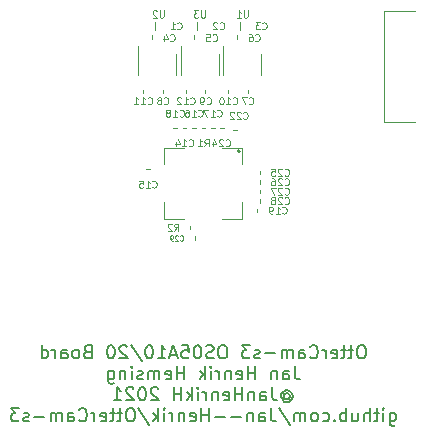
<source format=gbo>
G04 #@! TF.GenerationSoftware,KiCad,Pcbnew,5.1.5+dfsg1-2build2*
G04 #@! TF.CreationDate,2021-05-18T14:25:16+02:00*
G04 #@! TF.ProjectId,sensor_v1.0,73656e73-6f72-45f7-9631-2e302e6b6963,rev?*
G04 #@! TF.SameCoordinates,Original*
G04 #@! TF.FileFunction,Legend,Bot*
G04 #@! TF.FilePolarity,Positive*
%FSLAX46Y46*%
G04 Gerber Fmt 4.6, Leading zero omitted, Abs format (unit mm)*
G04 Created by KiCad (PCBNEW 5.1.5+dfsg1-2build2) date 2021-05-18 14:25:16*
%MOMM*%
%LPD*%
G04 APERTURE LIST*
%ADD10C,0.130000*%
%ADD11C,0.120000*%
%ADD12C,0.200000*%
%ADD13C,0.100000*%
G04 APERTURE END LIST*
D10*
X88488095Y-88727619D02*
X88278571Y-88727619D01*
X88173809Y-88780000D01*
X88069047Y-88884761D01*
X88016666Y-89094285D01*
X88016666Y-89460952D01*
X88069047Y-89670476D01*
X88173809Y-89775238D01*
X88278571Y-89827619D01*
X88488095Y-89827619D01*
X88592857Y-89775238D01*
X88697619Y-89670476D01*
X88750000Y-89460952D01*
X88750000Y-89094285D01*
X88697619Y-88884761D01*
X88592857Y-88780000D01*
X88488095Y-88727619D01*
X87702380Y-89094285D02*
X87283333Y-89094285D01*
X87545238Y-88727619D02*
X87545238Y-89670476D01*
X87492857Y-89775238D01*
X87388095Y-89827619D01*
X87283333Y-89827619D01*
X87073809Y-89094285D02*
X86654761Y-89094285D01*
X86916666Y-88727619D02*
X86916666Y-89670476D01*
X86864285Y-89775238D01*
X86759523Y-89827619D01*
X86654761Y-89827619D01*
X85869047Y-89775238D02*
X85973809Y-89827619D01*
X86183333Y-89827619D01*
X86288095Y-89775238D01*
X86340476Y-89670476D01*
X86340476Y-89251428D01*
X86288095Y-89146666D01*
X86183333Y-89094285D01*
X85973809Y-89094285D01*
X85869047Y-89146666D01*
X85816666Y-89251428D01*
X85816666Y-89356190D01*
X86340476Y-89460952D01*
X85345238Y-89827619D02*
X85345238Y-89094285D01*
X85345238Y-89303809D02*
X85292857Y-89199047D01*
X85240476Y-89146666D01*
X85135714Y-89094285D01*
X85030952Y-89094285D01*
X84035714Y-89722857D02*
X84088095Y-89775238D01*
X84245238Y-89827619D01*
X84350000Y-89827619D01*
X84507142Y-89775238D01*
X84611904Y-89670476D01*
X84664285Y-89565714D01*
X84716666Y-89356190D01*
X84716666Y-89199047D01*
X84664285Y-88989523D01*
X84611904Y-88884761D01*
X84507142Y-88780000D01*
X84350000Y-88727619D01*
X84245238Y-88727619D01*
X84088095Y-88780000D01*
X84035714Y-88832380D01*
X83092857Y-89827619D02*
X83092857Y-89251428D01*
X83145238Y-89146666D01*
X83250000Y-89094285D01*
X83459523Y-89094285D01*
X83564285Y-89146666D01*
X83092857Y-89775238D02*
X83197619Y-89827619D01*
X83459523Y-89827619D01*
X83564285Y-89775238D01*
X83616666Y-89670476D01*
X83616666Y-89565714D01*
X83564285Y-89460952D01*
X83459523Y-89408571D01*
X83197619Y-89408571D01*
X83092857Y-89356190D01*
X82569047Y-89827619D02*
X82569047Y-89094285D01*
X82569047Y-89199047D02*
X82516666Y-89146666D01*
X82411904Y-89094285D01*
X82254761Y-89094285D01*
X82150000Y-89146666D01*
X82097619Y-89251428D01*
X82097619Y-89827619D01*
X82097619Y-89251428D02*
X82045238Y-89146666D01*
X81940476Y-89094285D01*
X81783333Y-89094285D01*
X81678571Y-89146666D01*
X81626190Y-89251428D01*
X81626190Y-89827619D01*
X81102380Y-89408571D02*
X80264285Y-89408571D01*
X79792857Y-89775238D02*
X79688095Y-89827619D01*
X79478571Y-89827619D01*
X79373809Y-89775238D01*
X79321428Y-89670476D01*
X79321428Y-89618095D01*
X79373809Y-89513333D01*
X79478571Y-89460952D01*
X79635714Y-89460952D01*
X79740476Y-89408571D01*
X79792857Y-89303809D01*
X79792857Y-89251428D01*
X79740476Y-89146666D01*
X79635714Y-89094285D01*
X79478571Y-89094285D01*
X79373809Y-89146666D01*
X78954761Y-88727619D02*
X78273809Y-88727619D01*
X78640476Y-89146666D01*
X78483333Y-89146666D01*
X78378571Y-89199047D01*
X78326190Y-89251428D01*
X78273809Y-89356190D01*
X78273809Y-89618095D01*
X78326190Y-89722857D01*
X78378571Y-89775238D01*
X78483333Y-89827619D01*
X78797619Y-89827619D01*
X78902380Y-89775238D01*
X78954761Y-89722857D01*
X76754761Y-88727619D02*
X76545238Y-88727619D01*
X76440476Y-88780000D01*
X76335714Y-88884761D01*
X76283333Y-89094285D01*
X76283333Y-89460952D01*
X76335714Y-89670476D01*
X76440476Y-89775238D01*
X76545238Y-89827619D01*
X76754761Y-89827619D01*
X76859523Y-89775238D01*
X76964285Y-89670476D01*
X77016666Y-89460952D01*
X77016666Y-89094285D01*
X76964285Y-88884761D01*
X76859523Y-88780000D01*
X76754761Y-88727619D01*
X75864285Y-89775238D02*
X75707142Y-89827619D01*
X75445238Y-89827619D01*
X75340476Y-89775238D01*
X75288095Y-89722857D01*
X75235714Y-89618095D01*
X75235714Y-89513333D01*
X75288095Y-89408571D01*
X75340476Y-89356190D01*
X75445238Y-89303809D01*
X75654761Y-89251428D01*
X75759523Y-89199047D01*
X75811904Y-89146666D01*
X75864285Y-89041904D01*
X75864285Y-88937142D01*
X75811904Y-88832380D01*
X75759523Y-88780000D01*
X75654761Y-88727619D01*
X75392857Y-88727619D01*
X75235714Y-88780000D01*
X74554761Y-88727619D02*
X74450000Y-88727619D01*
X74345238Y-88780000D01*
X74292857Y-88832380D01*
X74240476Y-88937142D01*
X74188095Y-89146666D01*
X74188095Y-89408571D01*
X74240476Y-89618095D01*
X74292857Y-89722857D01*
X74345238Y-89775238D01*
X74450000Y-89827619D01*
X74554761Y-89827619D01*
X74659523Y-89775238D01*
X74711904Y-89722857D01*
X74764285Y-89618095D01*
X74816666Y-89408571D01*
X74816666Y-89146666D01*
X74764285Y-88937142D01*
X74711904Y-88832380D01*
X74659523Y-88780000D01*
X74554761Y-88727619D01*
X73192857Y-88727619D02*
X73716666Y-88727619D01*
X73769047Y-89251428D01*
X73716666Y-89199047D01*
X73611904Y-89146666D01*
X73350000Y-89146666D01*
X73245238Y-89199047D01*
X73192857Y-89251428D01*
X73140476Y-89356190D01*
X73140476Y-89618095D01*
X73192857Y-89722857D01*
X73245238Y-89775238D01*
X73350000Y-89827619D01*
X73611904Y-89827619D01*
X73716666Y-89775238D01*
X73769047Y-89722857D01*
X72721428Y-89513333D02*
X72197619Y-89513333D01*
X72826190Y-89827619D02*
X72459523Y-88727619D01*
X72092857Y-89827619D01*
X71150000Y-89827619D02*
X71778571Y-89827619D01*
X71464285Y-89827619D02*
X71464285Y-88727619D01*
X71569047Y-88884761D01*
X71673809Y-88989523D01*
X71778571Y-89041904D01*
X70469047Y-88727619D02*
X70364285Y-88727619D01*
X70259523Y-88780000D01*
X70207142Y-88832380D01*
X70154761Y-88937142D01*
X70102380Y-89146666D01*
X70102380Y-89408571D01*
X70154761Y-89618095D01*
X70207142Y-89722857D01*
X70259523Y-89775238D01*
X70364285Y-89827619D01*
X70469047Y-89827619D01*
X70573809Y-89775238D01*
X70626190Y-89722857D01*
X70678571Y-89618095D01*
X70730952Y-89408571D01*
X70730952Y-89146666D01*
X70678571Y-88937142D01*
X70626190Y-88832380D01*
X70573809Y-88780000D01*
X70469047Y-88727619D01*
X68845238Y-88675238D02*
X69788095Y-90089523D01*
X68530952Y-88832380D02*
X68478571Y-88780000D01*
X68373809Y-88727619D01*
X68111904Y-88727619D01*
X68007142Y-88780000D01*
X67954761Y-88832380D01*
X67902380Y-88937142D01*
X67902380Y-89041904D01*
X67954761Y-89199047D01*
X68583333Y-89827619D01*
X67902380Y-89827619D01*
X67221428Y-88727619D02*
X67116666Y-88727619D01*
X67011904Y-88780000D01*
X66959523Y-88832380D01*
X66907142Y-88937142D01*
X66854761Y-89146666D01*
X66854761Y-89408571D01*
X66907142Y-89618095D01*
X66959523Y-89722857D01*
X67011904Y-89775238D01*
X67116666Y-89827619D01*
X67221428Y-89827619D01*
X67326190Y-89775238D01*
X67378571Y-89722857D01*
X67430952Y-89618095D01*
X67483333Y-89408571D01*
X67483333Y-89146666D01*
X67430952Y-88937142D01*
X67378571Y-88832380D01*
X67326190Y-88780000D01*
X67221428Y-88727619D01*
X65178571Y-89251428D02*
X65021428Y-89303809D01*
X64969047Y-89356190D01*
X64916666Y-89460952D01*
X64916666Y-89618095D01*
X64969047Y-89722857D01*
X65021428Y-89775238D01*
X65126190Y-89827619D01*
X65545238Y-89827619D01*
X65545238Y-88727619D01*
X65178571Y-88727619D01*
X65073809Y-88780000D01*
X65021428Y-88832380D01*
X64969047Y-88937142D01*
X64969047Y-89041904D01*
X65021428Y-89146666D01*
X65073809Y-89199047D01*
X65178571Y-89251428D01*
X65545238Y-89251428D01*
X64288095Y-89827619D02*
X64392857Y-89775238D01*
X64445238Y-89722857D01*
X64497619Y-89618095D01*
X64497619Y-89303809D01*
X64445238Y-89199047D01*
X64392857Y-89146666D01*
X64288095Y-89094285D01*
X64130952Y-89094285D01*
X64026190Y-89146666D01*
X63973809Y-89199047D01*
X63921428Y-89303809D01*
X63921428Y-89618095D01*
X63973809Y-89722857D01*
X64026190Y-89775238D01*
X64130952Y-89827619D01*
X64288095Y-89827619D01*
X62978571Y-89827619D02*
X62978571Y-89251428D01*
X63030952Y-89146666D01*
X63135714Y-89094285D01*
X63345238Y-89094285D01*
X63450000Y-89146666D01*
X62978571Y-89775238D02*
X63083333Y-89827619D01*
X63345238Y-89827619D01*
X63450000Y-89775238D01*
X63502380Y-89670476D01*
X63502380Y-89565714D01*
X63450000Y-89460952D01*
X63345238Y-89408571D01*
X63083333Y-89408571D01*
X62978571Y-89356190D01*
X62454761Y-89827619D02*
X62454761Y-89094285D01*
X62454761Y-89303809D02*
X62402380Y-89199047D01*
X62350000Y-89146666D01*
X62245238Y-89094285D01*
X62140476Y-89094285D01*
X61302380Y-89827619D02*
X61302380Y-88727619D01*
X61302380Y-89775238D02*
X61407142Y-89827619D01*
X61616666Y-89827619D01*
X61721428Y-89775238D01*
X61773809Y-89722857D01*
X61826190Y-89618095D01*
X61826190Y-89303809D01*
X61773809Y-89199047D01*
X61721428Y-89146666D01*
X61616666Y-89094285D01*
X61407142Y-89094285D01*
X61302380Y-89146666D01*
X82752380Y-90507619D02*
X82752380Y-91293333D01*
X82804761Y-91450476D01*
X82909523Y-91555238D01*
X83066666Y-91607619D01*
X83171428Y-91607619D01*
X81757142Y-91607619D02*
X81757142Y-91031428D01*
X81809523Y-90926666D01*
X81914285Y-90874285D01*
X82123809Y-90874285D01*
X82228571Y-90926666D01*
X81757142Y-91555238D02*
X81861904Y-91607619D01*
X82123809Y-91607619D01*
X82228571Y-91555238D01*
X82280952Y-91450476D01*
X82280952Y-91345714D01*
X82228571Y-91240952D01*
X82123809Y-91188571D01*
X81861904Y-91188571D01*
X81757142Y-91136190D01*
X81233333Y-90874285D02*
X81233333Y-91607619D01*
X81233333Y-90979047D02*
X81180952Y-90926666D01*
X81076190Y-90874285D01*
X80919047Y-90874285D01*
X80814285Y-90926666D01*
X80761904Y-91031428D01*
X80761904Y-91607619D01*
X79400000Y-91607619D02*
X79400000Y-90507619D01*
X79400000Y-91031428D02*
X78771428Y-91031428D01*
X78771428Y-91607619D02*
X78771428Y-90507619D01*
X77828571Y-91555238D02*
X77933333Y-91607619D01*
X78142857Y-91607619D01*
X78247619Y-91555238D01*
X78300000Y-91450476D01*
X78300000Y-91031428D01*
X78247619Y-90926666D01*
X78142857Y-90874285D01*
X77933333Y-90874285D01*
X77828571Y-90926666D01*
X77776190Y-91031428D01*
X77776190Y-91136190D01*
X78300000Y-91240952D01*
X77304761Y-90874285D02*
X77304761Y-91607619D01*
X77304761Y-90979047D02*
X77252380Y-90926666D01*
X77147619Y-90874285D01*
X76990476Y-90874285D01*
X76885714Y-90926666D01*
X76833333Y-91031428D01*
X76833333Y-91607619D01*
X76309523Y-91607619D02*
X76309523Y-90874285D01*
X76309523Y-91083809D02*
X76257142Y-90979047D01*
X76204761Y-90926666D01*
X76100000Y-90874285D01*
X75995238Y-90874285D01*
X75628571Y-91607619D02*
X75628571Y-90874285D01*
X75628571Y-90507619D02*
X75680952Y-90560000D01*
X75628571Y-90612380D01*
X75576190Y-90560000D01*
X75628571Y-90507619D01*
X75628571Y-90612380D01*
X75104761Y-91607619D02*
X75104761Y-90507619D01*
X75000000Y-91188571D02*
X74685714Y-91607619D01*
X74685714Y-90874285D02*
X75104761Y-91293333D01*
X73376190Y-91607619D02*
X73376190Y-90507619D01*
X73376190Y-91031428D02*
X72747619Y-91031428D01*
X72747619Y-91607619D02*
X72747619Y-90507619D01*
X71804761Y-91555238D02*
X71909523Y-91607619D01*
X72119047Y-91607619D01*
X72223809Y-91555238D01*
X72276190Y-91450476D01*
X72276190Y-91031428D01*
X72223809Y-90926666D01*
X72119047Y-90874285D01*
X71909523Y-90874285D01*
X71804761Y-90926666D01*
X71752380Y-91031428D01*
X71752380Y-91136190D01*
X72276190Y-91240952D01*
X71280952Y-91607619D02*
X71280952Y-90874285D01*
X71280952Y-90979047D02*
X71228571Y-90926666D01*
X71123809Y-90874285D01*
X70966666Y-90874285D01*
X70861904Y-90926666D01*
X70809523Y-91031428D01*
X70809523Y-91607619D01*
X70809523Y-91031428D02*
X70757142Y-90926666D01*
X70652380Y-90874285D01*
X70495238Y-90874285D01*
X70390476Y-90926666D01*
X70338095Y-91031428D01*
X70338095Y-91607619D01*
X69866666Y-91555238D02*
X69761904Y-91607619D01*
X69552380Y-91607619D01*
X69447619Y-91555238D01*
X69395238Y-91450476D01*
X69395238Y-91398095D01*
X69447619Y-91293333D01*
X69552380Y-91240952D01*
X69709523Y-91240952D01*
X69814285Y-91188571D01*
X69866666Y-91083809D01*
X69866666Y-91031428D01*
X69814285Y-90926666D01*
X69709523Y-90874285D01*
X69552380Y-90874285D01*
X69447619Y-90926666D01*
X68923809Y-91607619D02*
X68923809Y-90874285D01*
X68923809Y-90507619D02*
X68976190Y-90560000D01*
X68923809Y-90612380D01*
X68871428Y-90560000D01*
X68923809Y-90507619D01*
X68923809Y-90612380D01*
X68400000Y-90874285D02*
X68400000Y-91607619D01*
X68400000Y-90979047D02*
X68347619Y-90926666D01*
X68242857Y-90874285D01*
X68085714Y-90874285D01*
X67980952Y-90926666D01*
X67928571Y-91031428D01*
X67928571Y-91607619D01*
X66933333Y-90874285D02*
X66933333Y-91764761D01*
X66985714Y-91869523D01*
X67038095Y-91921904D01*
X67142857Y-91974285D01*
X67300000Y-91974285D01*
X67404761Y-91921904D01*
X66933333Y-91555238D02*
X67038095Y-91607619D01*
X67247619Y-91607619D01*
X67352380Y-91555238D01*
X67404761Y-91502857D01*
X67457142Y-91398095D01*
X67457142Y-91083809D01*
X67404761Y-90979047D01*
X67352380Y-90926666D01*
X67247619Y-90874285D01*
X67038095Y-90874285D01*
X66933333Y-90926666D01*
X81861904Y-92863809D02*
X81914285Y-92811428D01*
X82019047Y-92759047D01*
X82123809Y-92759047D01*
X82228571Y-92811428D01*
X82280952Y-92863809D01*
X82333333Y-92968571D01*
X82333333Y-93073333D01*
X82280952Y-93178095D01*
X82228571Y-93230476D01*
X82123809Y-93282857D01*
X82019047Y-93282857D01*
X81914285Y-93230476D01*
X81861904Y-93178095D01*
X81861904Y-92759047D02*
X81861904Y-93178095D01*
X81809523Y-93230476D01*
X81757142Y-93230476D01*
X81652380Y-93178095D01*
X81600000Y-93073333D01*
X81600000Y-92811428D01*
X81704761Y-92654285D01*
X81861904Y-92549523D01*
X82071428Y-92497142D01*
X82280952Y-92549523D01*
X82438095Y-92654285D01*
X82542857Y-92811428D01*
X82595238Y-93020952D01*
X82542857Y-93230476D01*
X82438095Y-93387619D01*
X82280952Y-93492380D01*
X82071428Y-93544761D01*
X81861904Y-93492380D01*
X81704761Y-93387619D01*
X80814285Y-92287619D02*
X80814285Y-93073333D01*
X80866666Y-93230476D01*
X80971428Y-93335238D01*
X81128571Y-93387619D01*
X81233333Y-93387619D01*
X79819047Y-93387619D02*
X79819047Y-92811428D01*
X79871428Y-92706666D01*
X79976190Y-92654285D01*
X80185714Y-92654285D01*
X80290476Y-92706666D01*
X79819047Y-93335238D02*
X79923809Y-93387619D01*
X80185714Y-93387619D01*
X80290476Y-93335238D01*
X80342857Y-93230476D01*
X80342857Y-93125714D01*
X80290476Y-93020952D01*
X80185714Y-92968571D01*
X79923809Y-92968571D01*
X79819047Y-92916190D01*
X79295238Y-92654285D02*
X79295238Y-93387619D01*
X79295238Y-92759047D02*
X79242857Y-92706666D01*
X79138095Y-92654285D01*
X78980952Y-92654285D01*
X78876190Y-92706666D01*
X78823809Y-92811428D01*
X78823809Y-93387619D01*
X78300000Y-93387619D02*
X78300000Y-92287619D01*
X78300000Y-92811428D02*
X77671428Y-92811428D01*
X77671428Y-93387619D02*
X77671428Y-92287619D01*
X76728571Y-93335238D02*
X76833333Y-93387619D01*
X77042857Y-93387619D01*
X77147619Y-93335238D01*
X77200000Y-93230476D01*
X77200000Y-92811428D01*
X77147619Y-92706666D01*
X77042857Y-92654285D01*
X76833333Y-92654285D01*
X76728571Y-92706666D01*
X76676190Y-92811428D01*
X76676190Y-92916190D01*
X77200000Y-93020952D01*
X76204761Y-92654285D02*
X76204761Y-93387619D01*
X76204761Y-92759047D02*
X76152380Y-92706666D01*
X76047619Y-92654285D01*
X75890476Y-92654285D01*
X75785714Y-92706666D01*
X75733333Y-92811428D01*
X75733333Y-93387619D01*
X75209523Y-93387619D02*
X75209523Y-92654285D01*
X75209523Y-92863809D02*
X75157142Y-92759047D01*
X75104761Y-92706666D01*
X75000000Y-92654285D01*
X74895238Y-92654285D01*
X74528571Y-93387619D02*
X74528571Y-92654285D01*
X74528571Y-92287619D02*
X74580952Y-92340000D01*
X74528571Y-92392380D01*
X74476190Y-92340000D01*
X74528571Y-92287619D01*
X74528571Y-92392380D01*
X74004761Y-93387619D02*
X74004761Y-92287619D01*
X73900000Y-92968571D02*
X73585714Y-93387619D01*
X73585714Y-92654285D02*
X74004761Y-93073333D01*
X73114285Y-93387619D02*
X73114285Y-92287619D01*
X73114285Y-92811428D02*
X72485714Y-92811428D01*
X72485714Y-93387619D02*
X72485714Y-92287619D01*
X71176190Y-92392380D02*
X71123809Y-92340000D01*
X71019047Y-92287619D01*
X70757142Y-92287619D01*
X70652380Y-92340000D01*
X70600000Y-92392380D01*
X70547619Y-92497142D01*
X70547619Y-92601904D01*
X70600000Y-92759047D01*
X71228571Y-93387619D01*
X70547619Y-93387619D01*
X69866666Y-92287619D02*
X69761904Y-92287619D01*
X69657142Y-92340000D01*
X69604761Y-92392380D01*
X69552380Y-92497142D01*
X69500000Y-92706666D01*
X69500000Y-92968571D01*
X69552380Y-93178095D01*
X69604761Y-93282857D01*
X69657142Y-93335238D01*
X69761904Y-93387619D01*
X69866666Y-93387619D01*
X69971428Y-93335238D01*
X70023809Y-93282857D01*
X70076190Y-93178095D01*
X70128571Y-92968571D01*
X70128571Y-92706666D01*
X70076190Y-92497142D01*
X70023809Y-92392380D01*
X69971428Y-92340000D01*
X69866666Y-92287619D01*
X69080952Y-92392380D02*
X69028571Y-92340000D01*
X68923809Y-92287619D01*
X68661904Y-92287619D01*
X68557142Y-92340000D01*
X68504761Y-92392380D01*
X68452380Y-92497142D01*
X68452380Y-92601904D01*
X68504761Y-92759047D01*
X69133333Y-93387619D01*
X68452380Y-93387619D01*
X67404761Y-93387619D02*
X68033333Y-93387619D01*
X67719047Y-93387619D02*
X67719047Y-92287619D01*
X67823809Y-92444761D01*
X67928571Y-92549523D01*
X68033333Y-92601904D01*
X90766666Y-94434285D02*
X90766666Y-95324761D01*
X90819047Y-95429523D01*
X90871428Y-95481904D01*
X90976190Y-95534285D01*
X91133333Y-95534285D01*
X91238095Y-95481904D01*
X90766666Y-95115238D02*
X90871428Y-95167619D01*
X91080952Y-95167619D01*
X91185714Y-95115238D01*
X91238095Y-95062857D01*
X91290476Y-94958095D01*
X91290476Y-94643809D01*
X91238095Y-94539047D01*
X91185714Y-94486666D01*
X91080952Y-94434285D01*
X90871428Y-94434285D01*
X90766666Y-94486666D01*
X90242857Y-95167619D02*
X90242857Y-94434285D01*
X90242857Y-94067619D02*
X90295238Y-94120000D01*
X90242857Y-94172380D01*
X90190476Y-94120000D01*
X90242857Y-94067619D01*
X90242857Y-94172380D01*
X89876190Y-94434285D02*
X89457142Y-94434285D01*
X89719047Y-94067619D02*
X89719047Y-95010476D01*
X89666666Y-95115238D01*
X89561904Y-95167619D01*
X89457142Y-95167619D01*
X89090476Y-95167619D02*
X89090476Y-94067619D01*
X88619047Y-95167619D02*
X88619047Y-94591428D01*
X88671428Y-94486666D01*
X88776190Y-94434285D01*
X88933333Y-94434285D01*
X89038095Y-94486666D01*
X89090476Y-94539047D01*
X87623809Y-94434285D02*
X87623809Y-95167619D01*
X88095238Y-94434285D02*
X88095238Y-95010476D01*
X88042857Y-95115238D01*
X87938095Y-95167619D01*
X87780952Y-95167619D01*
X87676190Y-95115238D01*
X87623809Y-95062857D01*
X87100000Y-95167619D02*
X87100000Y-94067619D01*
X87100000Y-94486666D02*
X86995238Y-94434285D01*
X86785714Y-94434285D01*
X86680952Y-94486666D01*
X86628571Y-94539047D01*
X86576190Y-94643809D01*
X86576190Y-94958095D01*
X86628571Y-95062857D01*
X86680952Y-95115238D01*
X86785714Y-95167619D01*
X86995238Y-95167619D01*
X87100000Y-95115238D01*
X86104761Y-95062857D02*
X86052380Y-95115238D01*
X86104761Y-95167619D01*
X86157142Y-95115238D01*
X86104761Y-95062857D01*
X86104761Y-95167619D01*
X85109523Y-95115238D02*
X85214285Y-95167619D01*
X85423809Y-95167619D01*
X85528571Y-95115238D01*
X85580952Y-95062857D01*
X85633333Y-94958095D01*
X85633333Y-94643809D01*
X85580952Y-94539047D01*
X85528571Y-94486666D01*
X85423809Y-94434285D01*
X85214285Y-94434285D01*
X85109523Y-94486666D01*
X84480952Y-95167619D02*
X84585714Y-95115238D01*
X84638095Y-95062857D01*
X84690476Y-94958095D01*
X84690476Y-94643809D01*
X84638095Y-94539047D01*
X84585714Y-94486666D01*
X84480952Y-94434285D01*
X84323809Y-94434285D01*
X84219047Y-94486666D01*
X84166666Y-94539047D01*
X84114285Y-94643809D01*
X84114285Y-94958095D01*
X84166666Y-95062857D01*
X84219047Y-95115238D01*
X84323809Y-95167619D01*
X84480952Y-95167619D01*
X83642857Y-95167619D02*
X83642857Y-94434285D01*
X83642857Y-94539047D02*
X83590476Y-94486666D01*
X83485714Y-94434285D01*
X83328571Y-94434285D01*
X83223809Y-94486666D01*
X83171428Y-94591428D01*
X83171428Y-95167619D01*
X83171428Y-94591428D02*
X83119047Y-94486666D01*
X83014285Y-94434285D01*
X82857142Y-94434285D01*
X82752380Y-94486666D01*
X82700000Y-94591428D01*
X82700000Y-95167619D01*
X81390476Y-94015238D02*
X82333333Y-95429523D01*
X80709523Y-94067619D02*
X80709523Y-94853333D01*
X80761904Y-95010476D01*
X80866666Y-95115238D01*
X81023809Y-95167619D01*
X81128571Y-95167619D01*
X79714285Y-95167619D02*
X79714285Y-94591428D01*
X79766666Y-94486666D01*
X79871428Y-94434285D01*
X80080952Y-94434285D01*
X80185714Y-94486666D01*
X79714285Y-95115238D02*
X79819047Y-95167619D01*
X80080952Y-95167619D01*
X80185714Y-95115238D01*
X80238095Y-95010476D01*
X80238095Y-94905714D01*
X80185714Y-94800952D01*
X80080952Y-94748571D01*
X79819047Y-94748571D01*
X79714285Y-94696190D01*
X79190476Y-94434285D02*
X79190476Y-95167619D01*
X79190476Y-94539047D02*
X79138095Y-94486666D01*
X79033333Y-94434285D01*
X78876190Y-94434285D01*
X78771428Y-94486666D01*
X78719047Y-94591428D01*
X78719047Y-95167619D01*
X78195238Y-94748571D02*
X77357142Y-94748571D01*
X76833333Y-94748571D02*
X75995238Y-94748571D01*
X75471428Y-95167619D02*
X75471428Y-94067619D01*
X75471428Y-94591428D02*
X74842857Y-94591428D01*
X74842857Y-95167619D02*
X74842857Y-94067619D01*
X73900000Y-95115238D02*
X74004761Y-95167619D01*
X74214285Y-95167619D01*
X74319047Y-95115238D01*
X74371428Y-95010476D01*
X74371428Y-94591428D01*
X74319047Y-94486666D01*
X74214285Y-94434285D01*
X74004761Y-94434285D01*
X73900000Y-94486666D01*
X73847619Y-94591428D01*
X73847619Y-94696190D01*
X74371428Y-94800952D01*
X73376190Y-94434285D02*
X73376190Y-95167619D01*
X73376190Y-94539047D02*
X73323809Y-94486666D01*
X73219047Y-94434285D01*
X73061904Y-94434285D01*
X72957142Y-94486666D01*
X72904761Y-94591428D01*
X72904761Y-95167619D01*
X72380952Y-95167619D02*
X72380952Y-94434285D01*
X72380952Y-94643809D02*
X72328571Y-94539047D01*
X72276190Y-94486666D01*
X72171428Y-94434285D01*
X72066666Y-94434285D01*
X71700000Y-95167619D02*
X71700000Y-94434285D01*
X71700000Y-94067619D02*
X71752380Y-94120000D01*
X71700000Y-94172380D01*
X71647619Y-94120000D01*
X71700000Y-94067619D01*
X71700000Y-94172380D01*
X71176190Y-95167619D02*
X71176190Y-94067619D01*
X71071428Y-94748571D02*
X70757142Y-95167619D01*
X70757142Y-94434285D02*
X71176190Y-94853333D01*
X69500000Y-94015238D02*
X70442857Y-95429523D01*
X68923809Y-94067619D02*
X68714285Y-94067619D01*
X68609523Y-94120000D01*
X68504761Y-94224761D01*
X68452380Y-94434285D01*
X68452380Y-94800952D01*
X68504761Y-95010476D01*
X68609523Y-95115238D01*
X68714285Y-95167619D01*
X68923809Y-95167619D01*
X69028571Y-95115238D01*
X69133333Y-95010476D01*
X69185714Y-94800952D01*
X69185714Y-94434285D01*
X69133333Y-94224761D01*
X69028571Y-94120000D01*
X68923809Y-94067619D01*
X68138095Y-94434285D02*
X67719047Y-94434285D01*
X67980952Y-94067619D02*
X67980952Y-95010476D01*
X67928571Y-95115238D01*
X67823809Y-95167619D01*
X67719047Y-95167619D01*
X67509523Y-94434285D02*
X67090476Y-94434285D01*
X67352380Y-94067619D02*
X67352380Y-95010476D01*
X67300000Y-95115238D01*
X67195238Y-95167619D01*
X67090476Y-95167619D01*
X66304761Y-95115238D02*
X66409523Y-95167619D01*
X66619047Y-95167619D01*
X66723809Y-95115238D01*
X66776190Y-95010476D01*
X66776190Y-94591428D01*
X66723809Y-94486666D01*
X66619047Y-94434285D01*
X66409523Y-94434285D01*
X66304761Y-94486666D01*
X66252380Y-94591428D01*
X66252380Y-94696190D01*
X66776190Y-94800952D01*
X65780952Y-95167619D02*
X65780952Y-94434285D01*
X65780952Y-94643809D02*
X65728571Y-94539047D01*
X65676190Y-94486666D01*
X65571428Y-94434285D01*
X65466666Y-94434285D01*
X64471428Y-95062857D02*
X64523809Y-95115238D01*
X64680952Y-95167619D01*
X64785714Y-95167619D01*
X64942857Y-95115238D01*
X65047619Y-95010476D01*
X65100000Y-94905714D01*
X65152380Y-94696190D01*
X65152380Y-94539047D01*
X65100000Y-94329523D01*
X65047619Y-94224761D01*
X64942857Y-94120000D01*
X64785714Y-94067619D01*
X64680952Y-94067619D01*
X64523809Y-94120000D01*
X64471428Y-94172380D01*
X63528571Y-95167619D02*
X63528571Y-94591428D01*
X63580952Y-94486666D01*
X63685714Y-94434285D01*
X63895238Y-94434285D01*
X64000000Y-94486666D01*
X63528571Y-95115238D02*
X63633333Y-95167619D01*
X63895238Y-95167619D01*
X64000000Y-95115238D01*
X64052380Y-95010476D01*
X64052380Y-94905714D01*
X64000000Y-94800952D01*
X63895238Y-94748571D01*
X63633333Y-94748571D01*
X63528571Y-94696190D01*
X63004761Y-95167619D02*
X63004761Y-94434285D01*
X63004761Y-94539047D02*
X62952380Y-94486666D01*
X62847619Y-94434285D01*
X62690476Y-94434285D01*
X62585714Y-94486666D01*
X62533333Y-94591428D01*
X62533333Y-95167619D01*
X62533333Y-94591428D02*
X62480952Y-94486666D01*
X62376190Y-94434285D01*
X62219047Y-94434285D01*
X62114285Y-94486666D01*
X62061904Y-94591428D01*
X62061904Y-95167619D01*
X61538095Y-94748571D02*
X60700000Y-94748571D01*
X60228571Y-95115238D02*
X60123809Y-95167619D01*
X59914285Y-95167619D01*
X59809523Y-95115238D01*
X59757142Y-95010476D01*
X59757142Y-94958095D01*
X59809523Y-94853333D01*
X59914285Y-94800952D01*
X60071428Y-94800952D01*
X60176190Y-94748571D01*
X60228571Y-94643809D01*
X60228571Y-94591428D01*
X60176190Y-94486666D01*
X60071428Y-94434285D01*
X59914285Y-94434285D01*
X59809523Y-94486666D01*
X59390476Y-94067619D02*
X58709523Y-94067619D01*
X59076190Y-94486666D01*
X58919047Y-94486666D01*
X58814285Y-94539047D01*
X58761904Y-94591428D01*
X58709523Y-94696190D01*
X58709523Y-94958095D01*
X58761904Y-95062857D01*
X58814285Y-95115238D01*
X58919047Y-95167619D01*
X59233333Y-95167619D01*
X59338095Y-95115238D01*
X59390476Y-95062857D01*
D11*
X74300000Y-79500000D02*
X74300000Y-79800000D01*
D12*
X78100000Y-72300000D02*
G75*
G03X78100000Y-72300000I-100000J0D01*
G01*
D11*
X73400000Y-72000000D02*
X71700000Y-72000000D01*
X71700000Y-78000000D02*
X71700000Y-76620000D01*
X73380000Y-78000000D02*
X71700000Y-78000000D01*
X71700000Y-72000000D02*
X71700000Y-73380000D01*
X78300000Y-78000000D02*
X78300000Y-76620000D01*
X76600000Y-78000000D02*
X78300000Y-78000000D01*
X78300000Y-72000000D02*
X78300000Y-73380000D01*
X76620000Y-72000000D02*
X78300000Y-72000000D01*
X73090000Y-65825000D02*
X73090000Y-63375000D01*
X76310000Y-64025000D02*
X76310000Y-65825000D01*
X69490000Y-65825000D02*
X69490000Y-63375000D01*
X72710000Y-64025000D02*
X72710000Y-65825000D01*
X76690000Y-65825000D02*
X76690000Y-63375000D01*
X79910000Y-64025000D02*
X79910000Y-65825000D01*
X73850000Y-78875000D02*
X73850000Y-78575000D01*
X75150000Y-70350000D02*
X74850000Y-70350000D01*
X92900000Y-69800000D02*
X90300000Y-69800000D01*
X90300000Y-69800000D02*
X90300000Y-60400000D01*
X90300000Y-60400000D02*
X92900000Y-60400000D01*
X79800000Y-76650000D02*
X79800000Y-76350000D01*
X79800000Y-75850000D02*
X79800000Y-75550000D01*
X79800000Y-75050000D02*
X79800000Y-74750000D01*
X79800000Y-74250000D02*
X79800000Y-73950000D01*
X76450000Y-70350000D02*
X76750000Y-70350000D01*
X77550000Y-70500000D02*
X77850000Y-70500000D01*
X79525000Y-77150000D02*
X79525000Y-77450000D01*
X72450000Y-70350000D02*
X72750000Y-70350000D01*
X75650000Y-70350000D02*
X75950000Y-70350000D01*
X74050000Y-70350000D02*
X74350000Y-70350000D01*
X70150000Y-73800000D02*
X70450000Y-73800000D01*
X73250000Y-70350000D02*
X73550000Y-70350000D01*
X73525000Y-67075000D02*
X73525000Y-67375000D01*
X69925000Y-67075000D02*
X69925000Y-67375000D01*
X77125000Y-67075000D02*
X77125000Y-67375000D01*
X75175000Y-67375000D02*
X75175000Y-67075000D01*
X71575000Y-67375000D02*
X71575000Y-67075000D01*
X78775000Y-67375000D02*
X78775000Y-67075000D01*
X77825000Y-62475000D02*
X77825000Y-62775000D01*
X74225000Y-62475000D02*
X74225000Y-62775000D01*
X70625000Y-62475000D02*
X70625000Y-62775000D01*
X78100000Y-61325000D02*
X78100000Y-62025000D01*
X74500000Y-61325000D02*
X74500000Y-62025000D01*
X70900000Y-61325000D02*
X70900000Y-62025000D01*
D13*
X73039285Y-79810714D02*
X73060714Y-79832142D01*
X73125000Y-79853571D01*
X73167857Y-79853571D01*
X73232142Y-79832142D01*
X73275000Y-79789285D01*
X73296428Y-79746428D01*
X73317857Y-79660714D01*
X73317857Y-79596428D01*
X73296428Y-79510714D01*
X73275000Y-79467857D01*
X73232142Y-79425000D01*
X73167857Y-79403571D01*
X73125000Y-79403571D01*
X73060714Y-79425000D01*
X73039285Y-79446428D01*
X72867857Y-79446428D02*
X72846428Y-79425000D01*
X72803571Y-79403571D01*
X72696428Y-79403571D01*
X72653571Y-79425000D01*
X72632142Y-79446428D01*
X72610714Y-79489285D01*
X72610714Y-79532142D01*
X72632142Y-79596428D01*
X72889285Y-79853571D01*
X72610714Y-79853571D01*
X72396428Y-79853571D02*
X72310714Y-79853571D01*
X72267857Y-79832142D01*
X72246428Y-79810714D01*
X72203571Y-79746428D01*
X72182142Y-79660714D01*
X72182142Y-79489285D01*
X72203571Y-79446428D01*
X72225000Y-79425000D01*
X72267857Y-79403571D01*
X72353571Y-79403571D01*
X72396428Y-79425000D01*
X72417857Y-79446428D01*
X72439285Y-79489285D01*
X72439285Y-79596428D01*
X72417857Y-79639285D01*
X72396428Y-79660714D01*
X72353571Y-79682142D01*
X72267857Y-79682142D01*
X72225000Y-79660714D01*
X72203571Y-79639285D01*
X72182142Y-79596428D01*
X75157142Y-60371428D02*
X75157142Y-60857142D01*
X75128571Y-60914285D01*
X75100000Y-60942857D01*
X75042857Y-60971428D01*
X74928571Y-60971428D01*
X74871428Y-60942857D01*
X74842857Y-60914285D01*
X74814285Y-60857142D01*
X74814285Y-60371428D01*
X74585714Y-60371428D02*
X74214285Y-60371428D01*
X74414285Y-60600000D01*
X74328571Y-60600000D01*
X74271428Y-60628571D01*
X74242857Y-60657142D01*
X74214285Y-60714285D01*
X74214285Y-60857142D01*
X74242857Y-60914285D01*
X74271428Y-60942857D01*
X74328571Y-60971428D01*
X74500000Y-60971428D01*
X74557142Y-60942857D01*
X74585714Y-60914285D01*
X71657142Y-60371428D02*
X71657142Y-60857142D01*
X71628571Y-60914285D01*
X71600000Y-60942857D01*
X71542857Y-60971428D01*
X71428571Y-60971428D01*
X71371428Y-60942857D01*
X71342857Y-60914285D01*
X71314285Y-60857142D01*
X71314285Y-60371428D01*
X71057142Y-60428571D02*
X71028571Y-60400000D01*
X70971428Y-60371428D01*
X70828571Y-60371428D01*
X70771428Y-60400000D01*
X70742857Y-60428571D01*
X70714285Y-60485714D01*
X70714285Y-60542857D01*
X70742857Y-60628571D01*
X71085714Y-60971428D01*
X70714285Y-60971428D01*
X78757142Y-60371428D02*
X78757142Y-60857142D01*
X78728571Y-60914285D01*
X78700000Y-60942857D01*
X78642857Y-60971428D01*
X78528571Y-60971428D01*
X78471428Y-60942857D01*
X78442857Y-60914285D01*
X78414285Y-60857142D01*
X78414285Y-60371428D01*
X77814285Y-60971428D02*
X78157142Y-60971428D01*
X77985714Y-60971428D02*
X77985714Y-60371428D01*
X78042857Y-60457142D01*
X78100000Y-60514285D01*
X78157142Y-60542857D01*
X72550000Y-79021428D02*
X72750000Y-78735714D01*
X72892857Y-79021428D02*
X72892857Y-78421428D01*
X72664285Y-78421428D01*
X72607142Y-78450000D01*
X72578571Y-78478571D01*
X72550000Y-78535714D01*
X72550000Y-78621428D01*
X72578571Y-78678571D01*
X72607142Y-78707142D01*
X72664285Y-78735714D01*
X72892857Y-78735714D01*
X72321428Y-78478571D02*
X72292857Y-78450000D01*
X72235714Y-78421428D01*
X72092857Y-78421428D01*
X72035714Y-78450000D01*
X72007142Y-78478571D01*
X71978571Y-78535714D01*
X71978571Y-78592857D01*
X72007142Y-78678571D01*
X72350000Y-79021428D01*
X71978571Y-79021428D01*
X75100000Y-71871428D02*
X75300000Y-71585714D01*
X75442857Y-71871428D02*
X75442857Y-71271428D01*
X75214285Y-71271428D01*
X75157142Y-71300000D01*
X75128571Y-71328571D01*
X75100000Y-71385714D01*
X75100000Y-71471428D01*
X75128571Y-71528571D01*
X75157142Y-71557142D01*
X75214285Y-71585714D01*
X75442857Y-71585714D01*
X74528571Y-71871428D02*
X74871428Y-71871428D01*
X74700000Y-71871428D02*
X74700000Y-71271428D01*
X74757142Y-71357142D01*
X74814285Y-71414285D01*
X74871428Y-71442857D01*
X81885714Y-76714285D02*
X81914285Y-76742857D01*
X82000000Y-76771428D01*
X82057142Y-76771428D01*
X82142857Y-76742857D01*
X82200000Y-76685714D01*
X82228571Y-76628571D01*
X82257142Y-76514285D01*
X82257142Y-76428571D01*
X82228571Y-76314285D01*
X82200000Y-76257142D01*
X82142857Y-76200000D01*
X82057142Y-76171428D01*
X82000000Y-76171428D01*
X81914285Y-76200000D01*
X81885714Y-76228571D01*
X81657142Y-76228571D02*
X81628571Y-76200000D01*
X81571428Y-76171428D01*
X81428571Y-76171428D01*
X81371428Y-76200000D01*
X81342857Y-76228571D01*
X81314285Y-76285714D01*
X81314285Y-76342857D01*
X81342857Y-76428571D01*
X81685714Y-76771428D01*
X81314285Y-76771428D01*
X80971428Y-76428571D02*
X81028571Y-76400000D01*
X81057142Y-76371428D01*
X81085714Y-76314285D01*
X81085714Y-76285714D01*
X81057142Y-76228571D01*
X81028571Y-76200000D01*
X80971428Y-76171428D01*
X80857142Y-76171428D01*
X80800000Y-76200000D01*
X80771428Y-76228571D01*
X80742857Y-76285714D01*
X80742857Y-76314285D01*
X80771428Y-76371428D01*
X80800000Y-76400000D01*
X80857142Y-76428571D01*
X80971428Y-76428571D01*
X81028571Y-76457142D01*
X81057142Y-76485714D01*
X81085714Y-76542857D01*
X81085714Y-76657142D01*
X81057142Y-76714285D01*
X81028571Y-76742857D01*
X80971428Y-76771428D01*
X80857142Y-76771428D01*
X80800000Y-76742857D01*
X80771428Y-76714285D01*
X80742857Y-76657142D01*
X80742857Y-76542857D01*
X80771428Y-76485714D01*
X80800000Y-76457142D01*
X80857142Y-76428571D01*
X81885714Y-75914285D02*
X81914285Y-75942857D01*
X82000000Y-75971428D01*
X82057142Y-75971428D01*
X82142857Y-75942857D01*
X82200000Y-75885714D01*
X82228571Y-75828571D01*
X82257142Y-75714285D01*
X82257142Y-75628571D01*
X82228571Y-75514285D01*
X82200000Y-75457142D01*
X82142857Y-75400000D01*
X82057142Y-75371428D01*
X82000000Y-75371428D01*
X81914285Y-75400000D01*
X81885714Y-75428571D01*
X81657142Y-75428571D02*
X81628571Y-75400000D01*
X81571428Y-75371428D01*
X81428571Y-75371428D01*
X81371428Y-75400000D01*
X81342857Y-75428571D01*
X81314285Y-75485714D01*
X81314285Y-75542857D01*
X81342857Y-75628571D01*
X81685714Y-75971428D01*
X81314285Y-75971428D01*
X81114285Y-75371428D02*
X80714285Y-75371428D01*
X80971428Y-75971428D01*
X81885714Y-75114285D02*
X81914285Y-75142857D01*
X82000000Y-75171428D01*
X82057142Y-75171428D01*
X82142857Y-75142857D01*
X82200000Y-75085714D01*
X82228571Y-75028571D01*
X82257142Y-74914285D01*
X82257142Y-74828571D01*
X82228571Y-74714285D01*
X82200000Y-74657142D01*
X82142857Y-74600000D01*
X82057142Y-74571428D01*
X82000000Y-74571428D01*
X81914285Y-74600000D01*
X81885714Y-74628571D01*
X81657142Y-74628571D02*
X81628571Y-74600000D01*
X81571428Y-74571428D01*
X81428571Y-74571428D01*
X81371428Y-74600000D01*
X81342857Y-74628571D01*
X81314285Y-74685714D01*
X81314285Y-74742857D01*
X81342857Y-74828571D01*
X81685714Y-75171428D01*
X81314285Y-75171428D01*
X80800000Y-74571428D02*
X80914285Y-74571428D01*
X80971428Y-74600000D01*
X81000000Y-74628571D01*
X81057142Y-74714285D01*
X81085714Y-74828571D01*
X81085714Y-75057142D01*
X81057142Y-75114285D01*
X81028571Y-75142857D01*
X80971428Y-75171428D01*
X80857142Y-75171428D01*
X80800000Y-75142857D01*
X80771428Y-75114285D01*
X80742857Y-75057142D01*
X80742857Y-74914285D01*
X80771428Y-74857142D01*
X80800000Y-74828571D01*
X80857142Y-74800000D01*
X80971428Y-74800000D01*
X81028571Y-74828571D01*
X81057142Y-74857142D01*
X81085714Y-74914285D01*
X81885714Y-74314285D02*
X81914285Y-74342857D01*
X82000000Y-74371428D01*
X82057142Y-74371428D01*
X82142857Y-74342857D01*
X82200000Y-74285714D01*
X82228571Y-74228571D01*
X82257142Y-74114285D01*
X82257142Y-74028571D01*
X82228571Y-73914285D01*
X82200000Y-73857142D01*
X82142857Y-73800000D01*
X82057142Y-73771428D01*
X82000000Y-73771428D01*
X81914285Y-73800000D01*
X81885714Y-73828571D01*
X81657142Y-73828571D02*
X81628571Y-73800000D01*
X81571428Y-73771428D01*
X81428571Y-73771428D01*
X81371428Y-73800000D01*
X81342857Y-73828571D01*
X81314285Y-73885714D01*
X81314285Y-73942857D01*
X81342857Y-74028571D01*
X81685714Y-74371428D01*
X81314285Y-74371428D01*
X80771428Y-73771428D02*
X81057142Y-73771428D01*
X81085714Y-74057142D01*
X81057142Y-74028571D01*
X81000000Y-74000000D01*
X80857142Y-74000000D01*
X80800000Y-74028571D01*
X80771428Y-74057142D01*
X80742857Y-74114285D01*
X80742857Y-74257142D01*
X80771428Y-74314285D01*
X80800000Y-74342857D01*
X80857142Y-74371428D01*
X81000000Y-74371428D01*
X81057142Y-74342857D01*
X81085714Y-74314285D01*
X76885714Y-71814285D02*
X76914285Y-71842857D01*
X77000000Y-71871428D01*
X77057142Y-71871428D01*
X77142857Y-71842857D01*
X77200000Y-71785714D01*
X77228571Y-71728571D01*
X77257142Y-71614285D01*
X77257142Y-71528571D01*
X77228571Y-71414285D01*
X77200000Y-71357142D01*
X77142857Y-71300000D01*
X77057142Y-71271428D01*
X77000000Y-71271428D01*
X76914285Y-71300000D01*
X76885714Y-71328571D01*
X76657142Y-71328571D02*
X76628571Y-71300000D01*
X76571428Y-71271428D01*
X76428571Y-71271428D01*
X76371428Y-71300000D01*
X76342857Y-71328571D01*
X76314285Y-71385714D01*
X76314285Y-71442857D01*
X76342857Y-71528571D01*
X76685714Y-71871428D01*
X76314285Y-71871428D01*
X75800000Y-71471428D02*
X75800000Y-71871428D01*
X75942857Y-71242857D02*
X76085714Y-71671428D01*
X75714285Y-71671428D01*
X78385714Y-69514285D02*
X78414285Y-69542857D01*
X78500000Y-69571428D01*
X78557142Y-69571428D01*
X78642857Y-69542857D01*
X78700000Y-69485714D01*
X78728571Y-69428571D01*
X78757142Y-69314285D01*
X78757142Y-69228571D01*
X78728571Y-69114285D01*
X78700000Y-69057142D01*
X78642857Y-69000000D01*
X78557142Y-68971428D01*
X78500000Y-68971428D01*
X78414285Y-69000000D01*
X78385714Y-69028571D01*
X78157142Y-69028571D02*
X78128571Y-69000000D01*
X78071428Y-68971428D01*
X77928571Y-68971428D01*
X77871428Y-69000000D01*
X77842857Y-69028571D01*
X77814285Y-69085714D01*
X77814285Y-69142857D01*
X77842857Y-69228571D01*
X78185714Y-69571428D01*
X77814285Y-69571428D01*
X77585714Y-69028571D02*
X77557142Y-69000000D01*
X77500000Y-68971428D01*
X77357142Y-68971428D01*
X77300000Y-69000000D01*
X77271428Y-69028571D01*
X77242857Y-69085714D01*
X77242857Y-69142857D01*
X77271428Y-69228571D01*
X77614285Y-69571428D01*
X77242857Y-69571428D01*
X81685714Y-77514285D02*
X81714285Y-77542857D01*
X81800000Y-77571428D01*
X81857142Y-77571428D01*
X81942857Y-77542857D01*
X82000000Y-77485714D01*
X82028571Y-77428571D01*
X82057142Y-77314285D01*
X82057142Y-77228571D01*
X82028571Y-77114285D01*
X82000000Y-77057142D01*
X81942857Y-77000000D01*
X81857142Y-76971428D01*
X81800000Y-76971428D01*
X81714285Y-77000000D01*
X81685714Y-77028571D01*
X81114285Y-77571428D02*
X81457142Y-77571428D01*
X81285714Y-77571428D02*
X81285714Y-76971428D01*
X81342857Y-77057142D01*
X81400000Y-77114285D01*
X81457142Y-77142857D01*
X80828571Y-77571428D02*
X80714285Y-77571428D01*
X80657142Y-77542857D01*
X80628571Y-77514285D01*
X80571428Y-77428571D01*
X80542857Y-77314285D01*
X80542857Y-77085714D01*
X80571428Y-77028571D01*
X80600000Y-77000000D01*
X80657142Y-76971428D01*
X80771428Y-76971428D01*
X80828571Y-77000000D01*
X80857142Y-77028571D01*
X80885714Y-77085714D01*
X80885714Y-77228571D01*
X80857142Y-77285714D01*
X80828571Y-77314285D01*
X80771428Y-77342857D01*
X80657142Y-77342857D01*
X80600000Y-77314285D01*
X80571428Y-77285714D01*
X80542857Y-77228571D01*
X72985714Y-69314285D02*
X73014285Y-69342857D01*
X73100000Y-69371428D01*
X73157142Y-69371428D01*
X73242857Y-69342857D01*
X73300000Y-69285714D01*
X73328571Y-69228571D01*
X73357142Y-69114285D01*
X73357142Y-69028571D01*
X73328571Y-68914285D01*
X73300000Y-68857142D01*
X73242857Y-68800000D01*
X73157142Y-68771428D01*
X73100000Y-68771428D01*
X73014285Y-68800000D01*
X72985714Y-68828571D01*
X72414285Y-69371428D02*
X72757142Y-69371428D01*
X72585714Y-69371428D02*
X72585714Y-68771428D01*
X72642857Y-68857142D01*
X72700000Y-68914285D01*
X72757142Y-68942857D01*
X72071428Y-69028571D02*
X72128571Y-69000000D01*
X72157142Y-68971428D01*
X72185714Y-68914285D01*
X72185714Y-68885714D01*
X72157142Y-68828571D01*
X72128571Y-68800000D01*
X72071428Y-68771428D01*
X71957142Y-68771428D01*
X71900000Y-68800000D01*
X71871428Y-68828571D01*
X71842857Y-68885714D01*
X71842857Y-68914285D01*
X71871428Y-68971428D01*
X71900000Y-69000000D01*
X71957142Y-69028571D01*
X72071428Y-69028571D01*
X72128571Y-69057142D01*
X72157142Y-69085714D01*
X72185714Y-69142857D01*
X72185714Y-69257142D01*
X72157142Y-69314285D01*
X72128571Y-69342857D01*
X72071428Y-69371428D01*
X71957142Y-69371428D01*
X71900000Y-69342857D01*
X71871428Y-69314285D01*
X71842857Y-69257142D01*
X71842857Y-69142857D01*
X71871428Y-69085714D01*
X71900000Y-69057142D01*
X71957142Y-69028571D01*
X76185714Y-69314285D02*
X76214285Y-69342857D01*
X76300000Y-69371428D01*
X76357142Y-69371428D01*
X76442857Y-69342857D01*
X76500000Y-69285714D01*
X76528571Y-69228571D01*
X76557142Y-69114285D01*
X76557142Y-69028571D01*
X76528571Y-68914285D01*
X76500000Y-68857142D01*
X76442857Y-68800000D01*
X76357142Y-68771428D01*
X76300000Y-68771428D01*
X76214285Y-68800000D01*
X76185714Y-68828571D01*
X75614285Y-69371428D02*
X75957142Y-69371428D01*
X75785714Y-69371428D02*
X75785714Y-68771428D01*
X75842857Y-68857142D01*
X75900000Y-68914285D01*
X75957142Y-68942857D01*
X75414285Y-68771428D02*
X75014285Y-68771428D01*
X75271428Y-69371428D01*
X74585714Y-69314285D02*
X74614285Y-69342857D01*
X74700000Y-69371428D01*
X74757142Y-69371428D01*
X74842857Y-69342857D01*
X74900000Y-69285714D01*
X74928571Y-69228571D01*
X74957142Y-69114285D01*
X74957142Y-69028571D01*
X74928571Y-68914285D01*
X74900000Y-68857142D01*
X74842857Y-68800000D01*
X74757142Y-68771428D01*
X74700000Y-68771428D01*
X74614285Y-68800000D01*
X74585714Y-68828571D01*
X74014285Y-69371428D02*
X74357142Y-69371428D01*
X74185714Y-69371428D02*
X74185714Y-68771428D01*
X74242857Y-68857142D01*
X74300000Y-68914285D01*
X74357142Y-68942857D01*
X73500000Y-68771428D02*
X73614285Y-68771428D01*
X73671428Y-68800000D01*
X73700000Y-68828571D01*
X73757142Y-68914285D01*
X73785714Y-69028571D01*
X73785714Y-69257142D01*
X73757142Y-69314285D01*
X73728571Y-69342857D01*
X73671428Y-69371428D01*
X73557142Y-69371428D01*
X73500000Y-69342857D01*
X73471428Y-69314285D01*
X73442857Y-69257142D01*
X73442857Y-69114285D01*
X73471428Y-69057142D01*
X73500000Y-69028571D01*
X73557142Y-69000000D01*
X73671428Y-69000000D01*
X73728571Y-69028571D01*
X73757142Y-69057142D01*
X73785714Y-69114285D01*
X70685714Y-75314285D02*
X70714285Y-75342857D01*
X70800000Y-75371428D01*
X70857142Y-75371428D01*
X70942857Y-75342857D01*
X71000000Y-75285714D01*
X71028571Y-75228571D01*
X71057142Y-75114285D01*
X71057142Y-75028571D01*
X71028571Y-74914285D01*
X71000000Y-74857142D01*
X70942857Y-74800000D01*
X70857142Y-74771428D01*
X70800000Y-74771428D01*
X70714285Y-74800000D01*
X70685714Y-74828571D01*
X70114285Y-75371428D02*
X70457142Y-75371428D01*
X70285714Y-75371428D02*
X70285714Y-74771428D01*
X70342857Y-74857142D01*
X70400000Y-74914285D01*
X70457142Y-74942857D01*
X69571428Y-74771428D02*
X69857142Y-74771428D01*
X69885714Y-75057142D01*
X69857142Y-75028571D01*
X69800000Y-75000000D01*
X69657142Y-75000000D01*
X69600000Y-75028571D01*
X69571428Y-75057142D01*
X69542857Y-75114285D01*
X69542857Y-75257142D01*
X69571428Y-75314285D01*
X69600000Y-75342857D01*
X69657142Y-75371428D01*
X69800000Y-75371428D01*
X69857142Y-75342857D01*
X69885714Y-75314285D01*
X73785714Y-71814285D02*
X73814285Y-71842857D01*
X73900000Y-71871428D01*
X73957142Y-71871428D01*
X74042857Y-71842857D01*
X74100000Y-71785714D01*
X74128571Y-71728571D01*
X74157142Y-71614285D01*
X74157142Y-71528571D01*
X74128571Y-71414285D01*
X74100000Y-71357142D01*
X74042857Y-71300000D01*
X73957142Y-71271428D01*
X73900000Y-71271428D01*
X73814285Y-71300000D01*
X73785714Y-71328571D01*
X73214285Y-71871428D02*
X73557142Y-71871428D01*
X73385714Y-71871428D02*
X73385714Y-71271428D01*
X73442857Y-71357142D01*
X73500000Y-71414285D01*
X73557142Y-71442857D01*
X72700000Y-71471428D02*
X72700000Y-71871428D01*
X72842857Y-71242857D02*
X72985714Y-71671428D01*
X72614285Y-71671428D01*
X73910714Y-68264285D02*
X73939285Y-68292857D01*
X74025000Y-68321428D01*
X74082142Y-68321428D01*
X74167857Y-68292857D01*
X74225000Y-68235714D01*
X74253571Y-68178571D01*
X74282142Y-68064285D01*
X74282142Y-67978571D01*
X74253571Y-67864285D01*
X74225000Y-67807142D01*
X74167857Y-67750000D01*
X74082142Y-67721428D01*
X74025000Y-67721428D01*
X73939285Y-67750000D01*
X73910714Y-67778571D01*
X73339285Y-68321428D02*
X73682142Y-68321428D01*
X73510714Y-68321428D02*
X73510714Y-67721428D01*
X73567857Y-67807142D01*
X73625000Y-67864285D01*
X73682142Y-67892857D01*
X73110714Y-67778571D02*
X73082142Y-67750000D01*
X73025000Y-67721428D01*
X72882142Y-67721428D01*
X72825000Y-67750000D01*
X72796428Y-67778571D01*
X72767857Y-67835714D01*
X72767857Y-67892857D01*
X72796428Y-67978571D01*
X73139285Y-68321428D01*
X72767857Y-68321428D01*
X70310714Y-68264285D02*
X70339285Y-68292857D01*
X70425000Y-68321428D01*
X70482142Y-68321428D01*
X70567857Y-68292857D01*
X70625000Y-68235714D01*
X70653571Y-68178571D01*
X70682142Y-68064285D01*
X70682142Y-67978571D01*
X70653571Y-67864285D01*
X70625000Y-67807142D01*
X70567857Y-67750000D01*
X70482142Y-67721428D01*
X70425000Y-67721428D01*
X70339285Y-67750000D01*
X70310714Y-67778571D01*
X69739285Y-68321428D02*
X70082142Y-68321428D01*
X69910714Y-68321428D02*
X69910714Y-67721428D01*
X69967857Y-67807142D01*
X70025000Y-67864285D01*
X70082142Y-67892857D01*
X69167857Y-68321428D02*
X69510714Y-68321428D01*
X69339285Y-68321428D02*
X69339285Y-67721428D01*
X69396428Y-67807142D01*
X69453571Y-67864285D01*
X69510714Y-67892857D01*
X77510714Y-68264285D02*
X77539285Y-68292857D01*
X77625000Y-68321428D01*
X77682142Y-68321428D01*
X77767857Y-68292857D01*
X77825000Y-68235714D01*
X77853571Y-68178571D01*
X77882142Y-68064285D01*
X77882142Y-67978571D01*
X77853571Y-67864285D01*
X77825000Y-67807142D01*
X77767857Y-67750000D01*
X77682142Y-67721428D01*
X77625000Y-67721428D01*
X77539285Y-67750000D01*
X77510714Y-67778571D01*
X76939285Y-68321428D02*
X77282142Y-68321428D01*
X77110714Y-68321428D02*
X77110714Y-67721428D01*
X77167857Y-67807142D01*
X77225000Y-67864285D01*
X77282142Y-67892857D01*
X76567857Y-67721428D02*
X76510714Y-67721428D01*
X76453571Y-67750000D01*
X76425000Y-67778571D01*
X76396428Y-67835714D01*
X76367857Y-67950000D01*
X76367857Y-68092857D01*
X76396428Y-68207142D01*
X76425000Y-68264285D01*
X76453571Y-68292857D01*
X76510714Y-68321428D01*
X76567857Y-68321428D01*
X76625000Y-68292857D01*
X76653571Y-68264285D01*
X76682142Y-68207142D01*
X76710714Y-68092857D01*
X76710714Y-67950000D01*
X76682142Y-67835714D01*
X76653571Y-67778571D01*
X76625000Y-67750000D01*
X76567857Y-67721428D01*
X75275000Y-68264285D02*
X75303571Y-68292857D01*
X75389285Y-68321428D01*
X75446428Y-68321428D01*
X75532142Y-68292857D01*
X75589285Y-68235714D01*
X75617857Y-68178571D01*
X75646428Y-68064285D01*
X75646428Y-67978571D01*
X75617857Y-67864285D01*
X75589285Y-67807142D01*
X75532142Y-67750000D01*
X75446428Y-67721428D01*
X75389285Y-67721428D01*
X75303571Y-67750000D01*
X75275000Y-67778571D01*
X74989285Y-68321428D02*
X74875000Y-68321428D01*
X74817857Y-68292857D01*
X74789285Y-68264285D01*
X74732142Y-68178571D01*
X74703571Y-68064285D01*
X74703571Y-67835714D01*
X74732142Y-67778571D01*
X74760714Y-67750000D01*
X74817857Y-67721428D01*
X74932142Y-67721428D01*
X74989285Y-67750000D01*
X75017857Y-67778571D01*
X75046428Y-67835714D01*
X75046428Y-67978571D01*
X75017857Y-68035714D01*
X74989285Y-68064285D01*
X74932142Y-68092857D01*
X74817857Y-68092857D01*
X74760714Y-68064285D01*
X74732142Y-68035714D01*
X74703571Y-67978571D01*
X71675000Y-68264285D02*
X71703571Y-68292857D01*
X71789285Y-68321428D01*
X71846428Y-68321428D01*
X71932142Y-68292857D01*
X71989285Y-68235714D01*
X72017857Y-68178571D01*
X72046428Y-68064285D01*
X72046428Y-67978571D01*
X72017857Y-67864285D01*
X71989285Y-67807142D01*
X71932142Y-67750000D01*
X71846428Y-67721428D01*
X71789285Y-67721428D01*
X71703571Y-67750000D01*
X71675000Y-67778571D01*
X71332142Y-67978571D02*
X71389285Y-67950000D01*
X71417857Y-67921428D01*
X71446428Y-67864285D01*
X71446428Y-67835714D01*
X71417857Y-67778571D01*
X71389285Y-67750000D01*
X71332142Y-67721428D01*
X71217857Y-67721428D01*
X71160714Y-67750000D01*
X71132142Y-67778571D01*
X71103571Y-67835714D01*
X71103571Y-67864285D01*
X71132142Y-67921428D01*
X71160714Y-67950000D01*
X71217857Y-67978571D01*
X71332142Y-67978571D01*
X71389285Y-68007142D01*
X71417857Y-68035714D01*
X71446428Y-68092857D01*
X71446428Y-68207142D01*
X71417857Y-68264285D01*
X71389285Y-68292857D01*
X71332142Y-68321428D01*
X71217857Y-68321428D01*
X71160714Y-68292857D01*
X71132142Y-68264285D01*
X71103571Y-68207142D01*
X71103571Y-68092857D01*
X71132142Y-68035714D01*
X71160714Y-68007142D01*
X71217857Y-67978571D01*
X78875000Y-68264285D02*
X78903571Y-68292857D01*
X78989285Y-68321428D01*
X79046428Y-68321428D01*
X79132142Y-68292857D01*
X79189285Y-68235714D01*
X79217857Y-68178571D01*
X79246428Y-68064285D01*
X79246428Y-67978571D01*
X79217857Y-67864285D01*
X79189285Y-67807142D01*
X79132142Y-67750000D01*
X79046428Y-67721428D01*
X78989285Y-67721428D01*
X78903571Y-67750000D01*
X78875000Y-67778571D01*
X78675000Y-67721428D02*
X78275000Y-67721428D01*
X78532142Y-68321428D01*
X79400000Y-62914285D02*
X79428571Y-62942857D01*
X79514285Y-62971428D01*
X79571428Y-62971428D01*
X79657142Y-62942857D01*
X79714285Y-62885714D01*
X79742857Y-62828571D01*
X79771428Y-62714285D01*
X79771428Y-62628571D01*
X79742857Y-62514285D01*
X79714285Y-62457142D01*
X79657142Y-62400000D01*
X79571428Y-62371428D01*
X79514285Y-62371428D01*
X79428571Y-62400000D01*
X79400000Y-62428571D01*
X78885714Y-62371428D02*
X79000000Y-62371428D01*
X79057142Y-62400000D01*
X79085714Y-62428571D01*
X79142857Y-62514285D01*
X79171428Y-62628571D01*
X79171428Y-62857142D01*
X79142857Y-62914285D01*
X79114285Y-62942857D01*
X79057142Y-62971428D01*
X78942857Y-62971428D01*
X78885714Y-62942857D01*
X78857142Y-62914285D01*
X78828571Y-62857142D01*
X78828571Y-62714285D01*
X78857142Y-62657142D01*
X78885714Y-62628571D01*
X78942857Y-62600000D01*
X79057142Y-62600000D01*
X79114285Y-62628571D01*
X79142857Y-62657142D01*
X79171428Y-62714285D01*
X75800000Y-62914285D02*
X75828571Y-62942857D01*
X75914285Y-62971428D01*
X75971428Y-62971428D01*
X76057142Y-62942857D01*
X76114285Y-62885714D01*
X76142857Y-62828571D01*
X76171428Y-62714285D01*
X76171428Y-62628571D01*
X76142857Y-62514285D01*
X76114285Y-62457142D01*
X76057142Y-62400000D01*
X75971428Y-62371428D01*
X75914285Y-62371428D01*
X75828571Y-62400000D01*
X75800000Y-62428571D01*
X75257142Y-62371428D02*
X75542857Y-62371428D01*
X75571428Y-62657142D01*
X75542857Y-62628571D01*
X75485714Y-62600000D01*
X75342857Y-62600000D01*
X75285714Y-62628571D01*
X75257142Y-62657142D01*
X75228571Y-62714285D01*
X75228571Y-62857142D01*
X75257142Y-62914285D01*
X75285714Y-62942857D01*
X75342857Y-62971428D01*
X75485714Y-62971428D01*
X75542857Y-62942857D01*
X75571428Y-62914285D01*
X72200000Y-62914285D02*
X72228571Y-62942857D01*
X72314285Y-62971428D01*
X72371428Y-62971428D01*
X72457142Y-62942857D01*
X72514285Y-62885714D01*
X72542857Y-62828571D01*
X72571428Y-62714285D01*
X72571428Y-62628571D01*
X72542857Y-62514285D01*
X72514285Y-62457142D01*
X72457142Y-62400000D01*
X72371428Y-62371428D01*
X72314285Y-62371428D01*
X72228571Y-62400000D01*
X72200000Y-62428571D01*
X71685714Y-62571428D02*
X71685714Y-62971428D01*
X71828571Y-62342857D02*
X71971428Y-62771428D01*
X71600000Y-62771428D01*
X80000000Y-61914285D02*
X80028571Y-61942857D01*
X80114285Y-61971428D01*
X80171428Y-61971428D01*
X80257142Y-61942857D01*
X80314285Y-61885714D01*
X80342857Y-61828571D01*
X80371428Y-61714285D01*
X80371428Y-61628571D01*
X80342857Y-61514285D01*
X80314285Y-61457142D01*
X80257142Y-61400000D01*
X80171428Y-61371428D01*
X80114285Y-61371428D01*
X80028571Y-61400000D01*
X80000000Y-61428571D01*
X79800000Y-61371428D02*
X79428571Y-61371428D01*
X79628571Y-61600000D01*
X79542857Y-61600000D01*
X79485714Y-61628571D01*
X79457142Y-61657142D01*
X79428571Y-61714285D01*
X79428571Y-61857142D01*
X79457142Y-61914285D01*
X79485714Y-61942857D01*
X79542857Y-61971428D01*
X79714285Y-61971428D01*
X79771428Y-61942857D01*
X79800000Y-61914285D01*
X76400000Y-61914285D02*
X76428571Y-61942857D01*
X76514285Y-61971428D01*
X76571428Y-61971428D01*
X76657142Y-61942857D01*
X76714285Y-61885714D01*
X76742857Y-61828571D01*
X76771428Y-61714285D01*
X76771428Y-61628571D01*
X76742857Y-61514285D01*
X76714285Y-61457142D01*
X76657142Y-61400000D01*
X76571428Y-61371428D01*
X76514285Y-61371428D01*
X76428571Y-61400000D01*
X76400000Y-61428571D01*
X76171428Y-61428571D02*
X76142857Y-61400000D01*
X76085714Y-61371428D01*
X75942857Y-61371428D01*
X75885714Y-61400000D01*
X75857142Y-61428571D01*
X75828571Y-61485714D01*
X75828571Y-61542857D01*
X75857142Y-61628571D01*
X76200000Y-61971428D01*
X75828571Y-61971428D01*
X72800000Y-61914285D02*
X72828571Y-61942857D01*
X72914285Y-61971428D01*
X72971428Y-61971428D01*
X73057142Y-61942857D01*
X73114285Y-61885714D01*
X73142857Y-61828571D01*
X73171428Y-61714285D01*
X73171428Y-61628571D01*
X73142857Y-61514285D01*
X73114285Y-61457142D01*
X73057142Y-61400000D01*
X72971428Y-61371428D01*
X72914285Y-61371428D01*
X72828571Y-61400000D01*
X72800000Y-61428571D01*
X72228571Y-61971428D02*
X72571428Y-61971428D01*
X72400000Y-61971428D02*
X72400000Y-61371428D01*
X72457142Y-61457142D01*
X72514285Y-61514285D01*
X72571428Y-61542857D01*
M02*

</source>
